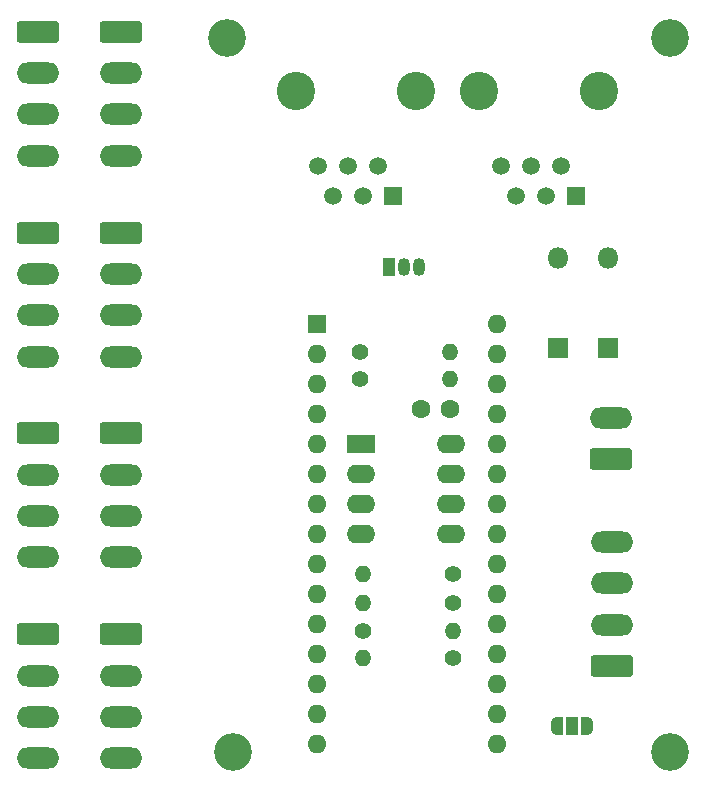
<source format=gbr>
%TF.GenerationSoftware,KiCad,Pcbnew,8.0.2*%
%TF.CreationDate,2024-09-21T14:57:53+02:00*%
%TF.ProjectId,FY_entry,46595f65-6e74-4727-992e-6b696361645f,rev?*%
%TF.SameCoordinates,Original*%
%TF.FileFunction,Soldermask,Top*%
%TF.FilePolarity,Negative*%
%FSLAX46Y46*%
G04 Gerber Fmt 4.6, Leading zero omitted, Abs format (unit mm)*
G04 Created by KiCad (PCBNEW 8.0.2) date 2024-09-21 14:57:53*
%MOMM*%
%LPD*%
G01*
G04 APERTURE LIST*
G04 Aperture macros list*
%AMRoundRect*
0 Rectangle with rounded corners*
0 $1 Rounding radius*
0 $2 $3 $4 $5 $6 $7 $8 $9 X,Y pos of 4 corners*
0 Add a 4 corners polygon primitive as box body*
4,1,4,$2,$3,$4,$5,$6,$7,$8,$9,$2,$3,0*
0 Add four circle primitives for the rounded corners*
1,1,$1+$1,$2,$3*
1,1,$1+$1,$4,$5*
1,1,$1+$1,$6,$7*
1,1,$1+$1,$8,$9*
0 Add four rect primitives between the rounded corners*
20,1,$1+$1,$2,$3,$4,$5,0*
20,1,$1+$1,$4,$5,$6,$7,0*
20,1,$1+$1,$6,$7,$8,$9,0*
20,1,$1+$1,$8,$9,$2,$3,0*%
%AMFreePoly0*
4,1,19,0.550000,-0.750000,0.000000,-0.750000,0.000000,-0.744911,-0.071157,-0.744911,-0.207708,-0.704816,-0.327430,-0.627875,-0.420627,-0.520320,-0.479746,-0.390866,-0.500000,-0.250000,-0.500000,0.250000,-0.479746,0.390866,-0.420627,0.520320,-0.327430,0.627875,-0.207708,0.704816,-0.071157,0.744911,0.000000,0.744911,0.000000,0.750000,0.550000,0.750000,0.550000,-0.750000,0.550000,-0.750000,
$1*%
%AMFreePoly1*
4,1,19,0.000000,0.744911,0.071157,0.744911,0.207708,0.704816,0.327430,0.627875,0.420627,0.520320,0.479746,0.390866,0.500000,0.250000,0.500000,-0.250000,0.479746,-0.390866,0.420627,-0.520320,0.327430,-0.627875,0.207708,-0.704816,0.071157,-0.744911,0.000000,-0.744911,0.000000,-0.750000,-0.550000,-0.750000,-0.550000,0.750000,0.000000,0.750000,0.000000,0.744911,0.000000,0.744911,
$1*%
G04 Aperture macros list end*
%ADD10FreePoly0,180.000000*%
%ADD11R,1.000000X1.500000*%
%ADD12FreePoly1,180.000000*%
%ADD13C,3.200000*%
%ADD14RoundRect,0.250000X-1.550000X0.650000X-1.550000X-0.650000X1.550000X-0.650000X1.550000X0.650000X0*%
%ADD15O,3.600000X1.800000*%
%ADD16R,2.400000X1.600000*%
%ADD17O,2.400000X1.600000*%
%ADD18C,1.400000*%
%ADD19O,1.400000X1.400000*%
%ADD20R,1.050000X1.500000*%
%ADD21O,1.050000X1.500000*%
%ADD22C,1.520000*%
%ADD23R,1.520000X1.520000*%
%ADD24C,3.250000*%
%ADD25RoundRect,0.250000X1.550000X-0.650000X1.550000X0.650000X-1.550000X0.650000X-1.550000X-0.650000X0*%
%ADD26R,1.800000X1.800000*%
%ADD27O,1.800000X1.800000*%
%ADD28C,1.600000*%
%ADD29O,1.600000X1.600000*%
%ADD30R,1.600000X1.600000*%
G04 APERTURE END LIST*
D10*
%TO.C,JP1001*%
X78516000Y-103759000D03*
D11*
X77216000Y-103759000D03*
D12*
X75916000Y-103759000D03*
%TD*%
D13*
%TO.C,REF\u002A\u002A*%
X85500000Y-106000000D03*
%TD*%
%TO.C,REF\u002A\u002A*%
X85500000Y-45500000D03*
%TD*%
%TO.C,REF\u002A\u002A*%
X48500000Y-106000000D03*
%TD*%
%TO.C,REF\u002A\u002A*%
X48000000Y-45500000D03*
%TD*%
D14*
%TO.C,J901*%
X39000000Y-96000000D03*
D15*
X39000000Y-99500000D03*
X39000000Y-103000000D03*
X39000000Y-106500000D03*
%TD*%
D14*
%TO.C,J701*%
X39000000Y-79000000D03*
D15*
X39000000Y-82500000D03*
X39000000Y-86000000D03*
X39000000Y-89500000D03*
%TD*%
D14*
%TO.C,J501*%
X39000000Y-62000000D03*
D15*
X39000000Y-65500000D03*
X39000000Y-69000000D03*
X39000000Y-72500000D03*
%TD*%
D14*
%TO.C,J301*%
X39000000Y-45000000D03*
D15*
X39000000Y-48500000D03*
X39000000Y-52000000D03*
X39000000Y-55500000D03*
%TD*%
D16*
%TO.C,U1301*%
X59380000Y-79880000D03*
D17*
X59380000Y-82420000D03*
X59380000Y-84960000D03*
X59380000Y-87500000D03*
X67000000Y-87500000D03*
X67000000Y-84960000D03*
X67000000Y-82420000D03*
X67000000Y-79880000D03*
%TD*%
D18*
%TO.C,R1306*%
X59277000Y-74410000D03*
D19*
X66897000Y-74410000D03*
%TD*%
D18*
%TO.C,R1305*%
X59277000Y-72124000D03*
D19*
X66897000Y-72124000D03*
%TD*%
D18*
%TO.C,R1303*%
X67127000Y-90907000D03*
D19*
X59507000Y-90907000D03*
%TD*%
%TO.C,R1302*%
X67127000Y-95758000D03*
D18*
X59507000Y-95758000D03*
%TD*%
%TO.C,R1301*%
X67127000Y-98044000D03*
D19*
X59507000Y-98044000D03*
%TD*%
D20*
%TO.C,Q1301*%
X61690000Y-64920000D03*
D21*
X62960000Y-64920000D03*
X64230000Y-64920000D03*
%TD*%
D22*
%TO.C,J1301*%
X71210000Y-56350000D03*
X72480000Y-58890000D03*
X73750000Y-56350000D03*
X75020000Y-58890000D03*
X76290000Y-56350000D03*
D23*
X77560000Y-58890000D03*
D24*
X69310000Y-50000000D03*
X79470000Y-50000000D03*
%TD*%
D25*
%TO.C,J1201*%
X80500000Y-81195000D03*
D15*
X80500000Y-77695000D03*
%TD*%
D25*
%TO.C,J1101*%
X80567500Y-98695000D03*
D15*
X80567500Y-95195000D03*
X80567500Y-91695000D03*
X80567500Y-88195000D03*
%TD*%
D14*
%TO.C,J801*%
X32000000Y-96000000D03*
D15*
X32000000Y-99500000D03*
X32000000Y-103000000D03*
X32000000Y-106500000D03*
%TD*%
D14*
%TO.C,J601*%
X32000000Y-79000000D03*
D15*
X32000000Y-82500000D03*
X32000000Y-86000000D03*
X32000000Y-89500000D03*
%TD*%
D14*
%TO.C,J401*%
X32000000Y-62000000D03*
D15*
X32000000Y-65500000D03*
X32000000Y-69000000D03*
X32000000Y-72500000D03*
%TD*%
D14*
%TO.C,J201*%
X32000000Y-45000000D03*
D15*
X32000000Y-48500000D03*
X32000000Y-52000000D03*
X32000000Y-55500000D03*
%TD*%
D26*
%TO.C,D1302*%
X80250000Y-71810000D03*
D27*
X80250000Y-64190000D03*
%TD*%
D26*
%TO.C,D1301*%
X76000000Y-71810000D03*
D27*
X76000000Y-64190000D03*
%TD*%
D28*
%TO.C,C1301*%
X66909000Y-76910000D03*
X64409000Y-76910000D03*
%TD*%
D29*
%TO.C,A1001*%
X70820000Y-69780000D03*
X70820000Y-72320000D03*
X70820000Y-74860000D03*
X70820000Y-77400000D03*
X70820000Y-79940000D03*
X70820000Y-82480000D03*
X70820000Y-85020000D03*
X70820000Y-87560000D03*
X70820000Y-90100000D03*
X70820000Y-92640000D03*
X70820000Y-95180000D03*
X70820000Y-97720000D03*
X70820000Y-100260000D03*
X70820000Y-102800000D03*
X70820000Y-105340000D03*
X55580000Y-105340000D03*
X55580000Y-102800000D03*
X55580000Y-100260000D03*
X55580000Y-97720000D03*
X55580000Y-95180000D03*
X55580000Y-92640000D03*
X55580000Y-90100000D03*
X55580000Y-87560000D03*
X55580000Y-85020000D03*
X55580000Y-82480000D03*
X55580000Y-79940000D03*
X55580000Y-77400000D03*
X55580000Y-74860000D03*
X55580000Y-72320000D03*
D30*
X55580000Y-69780000D03*
%TD*%
D18*
%TO.C,R1304*%
X67127000Y-93345000D03*
D19*
X59507000Y-93345000D03*
%TD*%
D22*
%TO.C,J1302*%
X55740000Y-56350000D03*
X57010000Y-58890000D03*
X58280000Y-56350000D03*
X59550000Y-58890000D03*
X60820000Y-56350000D03*
D23*
X62090000Y-58890000D03*
D24*
X53840000Y-50000000D03*
X64000000Y-50000000D03*
%TD*%
M02*

</source>
